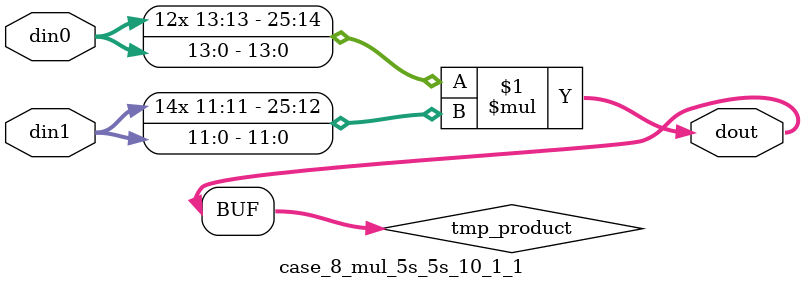
<source format=v>

`timescale 1 ns / 1 ps

 module case_8_mul_5s_5s_10_1_1(din0, din1, dout);
parameter ID = 1;
parameter NUM_STAGE = 0;
parameter din0_WIDTH = 14;
parameter din1_WIDTH = 12;
parameter dout_WIDTH = 26;

input [din0_WIDTH - 1 : 0] din0; 
input [din1_WIDTH - 1 : 0] din1; 
output [dout_WIDTH - 1 : 0] dout;

wire signed [dout_WIDTH - 1 : 0] tmp_product;



























assign tmp_product = $signed(din0) * $signed(din1);








assign dout = tmp_product;





















endmodule

</source>
